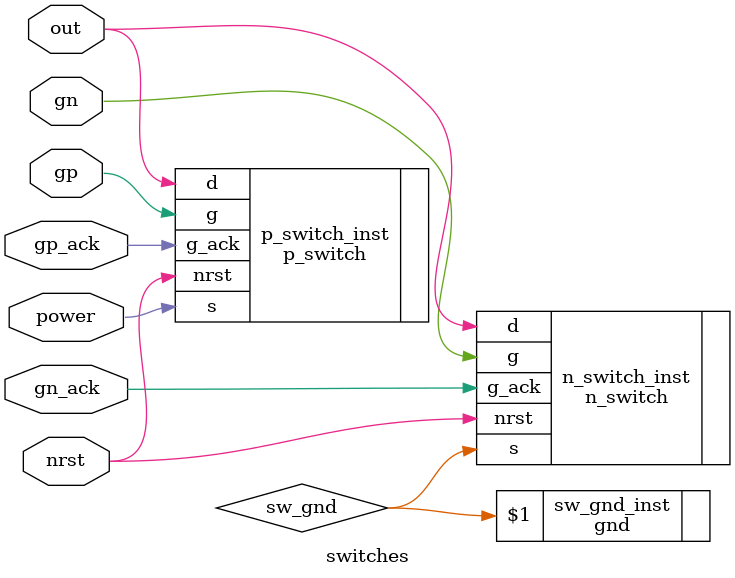
<source format=v>
/*
Transistor switches of buck converter.

Authors: Vladimir Dubikhin.
*/


/*
Inputs:
gp - P-type mosfet control.
gn - N-type mosfte control.
Ouputs:
gp_ack - P-type mosfet acknowledgment signal.
gn_ack - N-type mosfet acknowledgment signal.
out - switches output.
*/
module switches(power, gp, gn, gp_ack, gn_ack, out, nrst);
    inout power, gp, gn;
    inout gp_ack, gn_ack, out;
    input nrst;

    p_switch p_switch_inst(.g(gp), .s(power), .d(out), .g_ack(gp_ack), .nrst(nrst));
    n_switch n_switch_inst(.g(gn), .s(sw_gnd), .d(out), .g_ack(gn_ack), .nrst(nrst));
    
    gnd sw_gnd_inst(sw_gnd);
    
endmodule

</source>
